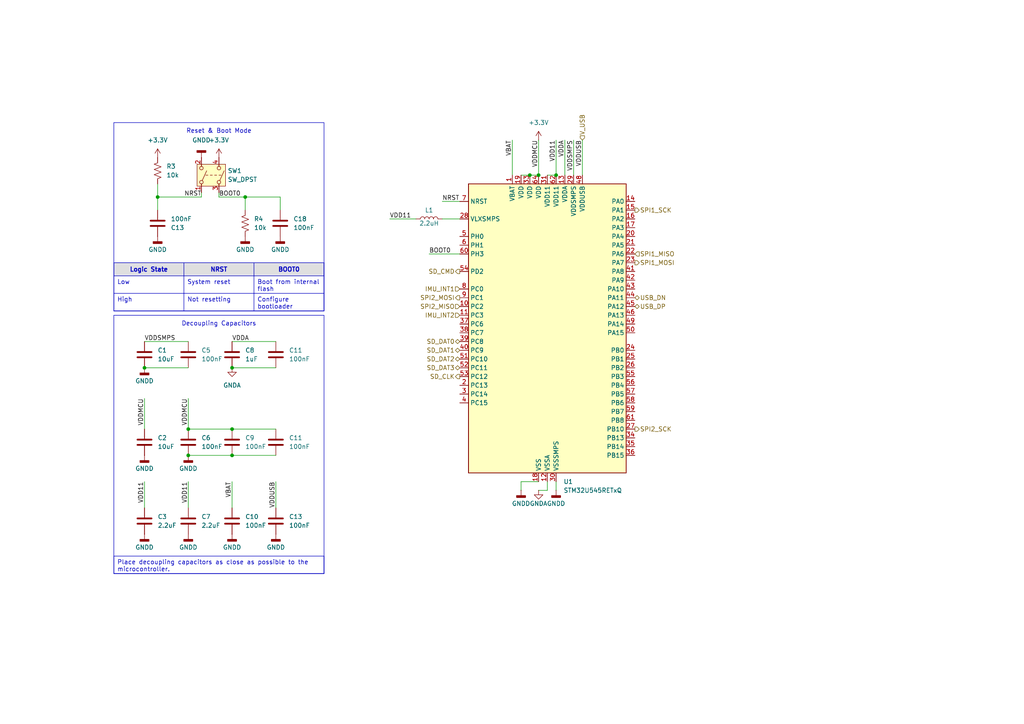
<source format=kicad_sch>
(kicad_sch (version 20250114) (generator "eeschema") (generator_version "9.0")
  (paper "A4")
  (lib_symbols
    (symbol "Device:C" (pin_numbers (hide yes)) (pin_names (offset 0.254))
      (property "Reference" "C" (at 0.635 2.54 0))
      (property "Value" "C" (at 0.635 -2.54 0))
      (symbol "C_0_1"
        (polyline (pts (xy -2.032 0.762) (xy 2.032 0.762)) (stroke (width 0.508)))
        (polyline (pts (xy -2.032 -0.762) (xy 2.032 -0.762)) (stroke (width 0.508)))
      )
      (symbol "C_1_1"
        (pin passive line (at 0 3.81 270) (length 2.794) (name "~") (number "1"))
        (pin passive line (at 0 -3.81 90) (length 2.794) (name "~") (number "2"))
      )
    )
    (symbol "Device:L" (pin_numbers (hide yes)) (pin_names (offset 1.016) (hide yes))
      (property "Reference" "L" (at -1.27 0 90))
      (property "Value" "L" (at 1.905 0 90))
      (symbol "L_0_1"
        (arc (start 0 2.54) (mid 0.6323 1.905) (end 0 1.27))
        (arc (start 0 1.27) (mid 0.6323 0.635) (end 0 0))
        (arc (start 0 0) (mid 0.6323 -0.635) (end 0 -1.27))
        (arc (start 0 -1.27) (mid 0.6323 -1.905) (end 0 -2.54))
      )
      (symbol "L_1_1"
        (pin passive line (at 0 3.81 270) (length 1.27) (name "1") (number "1"))
        (pin passive line (at 0 -3.81 90) (length 1.27) (name "2") (number "2"))
      )
    )
    (symbol "Device:R_US" (pin_numbers (hide yes)) (pin_names (offset 0))
      (property "Reference" "R" (at 2.54 0 90))
      (property "Value" "R_US" (at -2.54 0 90))
      (symbol "R_US_0_1"
        (polyline (pts (xy 0 2.286) (xy 0 2.54)))
        (polyline (pts (xy 0 2.286) (xy 1.016 1.905) (xy 0 1.524) (xy -1.016 1.143) (xy 0 0.762)))
        (polyline (pts (xy 0 0.762) (xy 1.016 0.381) (xy 0 0) (xy -1.016 -0.381) (xy 0 -0.762)))
        (polyline (pts (xy 0 -0.762) (xy 1.016 -1.143) (xy 0 -1.524) (xy -1.016 -1.905) (xy 0 -2.286)))
        (polyline (pts (xy 0 -2.286) (xy 0 -2.54)))
      )
      (symbol "R_US_1_1"
        (pin passive line (at 0 3.81 270) (length 1.27) (name "~") (number "1"))
        (pin passive line (at 0 -3.81 90) (length 1.27) (name "~") (number "2"))
      )
    )
    (symbol "MCU_ST_STM32U5:STM32U545RETxQ"
      (property "Reference" "U" (at -22.86 44.45 0))
      (property "Value" "STM32U545RETxQ" (at 12.7 44.45 0))
      (symbol "STM32U545RETxQ_0_1"
        (rectangle (start -22.86 -40.64) (end 22.86 43.18) (stroke (width 0.254)) (fill (type background)))
      )
      (symbol "STM32U545RETxQ_1_1"
        (pin input line (at -25.4 38.1 0) (length 2.54) (name "NRST") (number "7"))
        (pin power_in line (at -25.4 33.02 0) (length 2.54) (name "VLXSMPS") (number "28"))
        (pin bidirectional line (at -25.4 27.94 0) (length 2.54) (name "PH0") (number "5"))
        (pin bidirectional line (at -25.4 25.4 0) (length 2.54) (name "PH1") (number "6"))
        (pin bidirectional line (at -25.4 22.86 0) (length 2.54) (name "PH3") (number "60"))
        (pin bidirectional line (at -25.4 17.78 0) (length 2.54) (name "PD2") (number "54"))
        (pin bidirectional line (at -25.4 12.7 0) (length 2.54) (name "PC0") (number "8"))
        (pin bidirectional line (at -25.4 10.16 0) (length 2.54) (name "PC1") (number "9"))
        (pin bidirectional line (at -25.4 7.62 0) (length 2.54) (name "PC2") (number "10"))
        (pin bidirectional line (at -25.4 5.08 0) (length 2.54) (name "PC3") (number "11"))
        (pin bidirectional line (at -25.4 2.54 0) (length 2.54) (name "PC6") (number "37"))
        (pin bidirectional line (at -25.4 0 0) (length 2.54) (name "PC7") (number "38"))
        (pin bidirectional line (at -25.4 -2.54 0) (length 2.54) (name "PC8") (number "39"))
        (pin bidirectional line (at -25.4 -5.08 0) (length 2.54) (name "PC9") (number "40"))
        (pin bidirectional line (at -25.4 -7.62 0) (length 2.54) (name "PC10") (number "51"))
        (pin bidirectional line (at -25.4 -10.16 0) (length 2.54) (name "PC11") (number "52"))
        (pin bidirectional line (at -25.4 -12.7 0) (length 2.54) (name "PC12") (number "53"))
        (pin bidirectional line (at -25.4 -15.24 0) (length 2.54) (name "PC13") (number "2"))
        (pin bidirectional line (at -25.4 -17.78 0) (length 2.54) (name "PC14") (number "3"))
        (pin bidirectional line (at -25.4 -20.32 0) (length 2.54) (name "PC15") (number "4"))
        (pin power_in line (at -10.16 45.72 270) (length 2.54) (name "VBAT") (number "1"))
        (pin power_in line (at -7.62 45.72 270) (length 2.54) (name "VDD") (number "19"))
        (pin power_in line (at -5.08 45.72 270) (length 2.54) (name "VDD") (number "33"))
        (pin power_in line (at -2.54 45.72 270) (length 2.54) (name "VDD") (number "64"))
        (pin power_in line (at -2.54 -43.18 90) (length 2.54) (name "VSS") (number "18"))
        (pin passive line (at -2.54 -43.18 90) (length 2.54) (hide yes) (name "VSS") (number "32"))
        (pin passive line (at -2.54 -43.18 90) (length 2.54) (hide yes) (name "VSS") (number "47"))
        (pin passive line (at -2.54 -43.18 90) (length 2.54) (hide yes) (name "VSS") (number "63"))
        (pin power_in line (at 0 45.72 270) (length 2.54) (name "VDD11") (number "31"))
        (pin power_in line (at 0 -43.18 90) (length 2.54) (name "VSSA") (number "12"))
        (pin power_in line (at 2.54 45.72 270) (length 2.54) (name "VDD11") (number "62"))
        (pin power_in line (at 2.54 -43.18 90) (length 2.54) (name "VSSSMPS") (number "30"))
        (pin power_in line (at 5.08 45.72 270) (length 2.54) (name "VDDA") (number "13"))
        (pin power_in line (at 7.62 45.72 270) (length 2.54) (name "VDDSMPS") (number "29"))
        (pin power_in line (at 10.16 45.72 270) (length 2.54) (name "VDDUSB") (number "48"))
        (pin bidirectional line (at 25.4 38.1 180) (length 2.54) (name "PA0") (number "14"))
        (pin bidirectional line (at 25.4 35.56 180) (length 2.54) (name "PA1") (number "15"))
        (pin bidirectional line (at 25.4 33.02 180) (length 2.54) (name "PA2") (number "16"))
        (pin bidirectional line (at 25.4 30.48 180) (length 2.54) (name "PA3") (number "17"))
        (pin bidirectional line (at 25.4 27.94 180) (length 2.54) (name "PA4") (number "20"))
        (pin bidirectional line (at 25.4 25.4 180) (length 2.54) (name "PA5") (number "21"))
        (pin bidirectional line (at 25.4 22.86 180) (length 2.54) (name "PA6") (number "22"))
        (pin bidirectional line (at 25.4 20.32 180) (length 2.54) (name "PA7") (number "23"))
        (pin bidirectional line (at 25.4 17.78 180) (length 2.54) (name "PA8") (number "41"))
        (pin bidirectional line (at 25.4 15.24 180) (length 2.54) (name "PA9") (number "42"))
        (pin bidirectional line (at 25.4 12.7 180) (length 2.54) (name "PA10") (number "43"))
        (pin bidirectional line (at 25.4 10.16 180) (length 2.54) (name "PA11") (number "44"))
        (pin bidirectional line (at 25.4 7.62 180) (length 2.54) (name "PA12") (number "45"))
        (pin bidirectional line (at 25.4 5.08 180) (length 2.54) (name "PA13") (number "46"))
        (pin bidirectional line (at 25.4 2.54 180) (length 2.54) (name "PA14") (number "49"))
        (pin bidirectional line (at 25.4 0 180) (length 2.54) (name "PA15") (number "50"))
        (pin bidirectional line (at 25.4 -5.08 180) (length 2.54) (name "PB0") (number "24"))
        (pin bidirectional line (at 25.4 -7.62 180) (length 2.54) (name "PB1") (number "25"))
        (pin bidirectional line (at 25.4 -10.16 180) (length 2.54) (name "PB2") (number "26"))
        (pin bidirectional line (at 25.4 -12.7 180) (length 2.54) (name "PB3") (number "55"))
        (pin bidirectional line (at 25.4 -15.24 180) (length 2.54) (name "PB4") (number "56"))
        (pin bidirectional line (at 25.4 -17.78 180) (length 2.54) (name "PB5") (number "57"))
        (pin bidirectional line (at 25.4 -20.32 180) (length 2.54) (name "PB6") (number "58"))
        (pin bidirectional line (at 25.4 -22.86 180) (length 2.54) (name "PB7") (number "59"))
        (pin bidirectional line (at 25.4 -25.4 180) (length 2.54) (name "PB8") (number "61"))
        (pin bidirectional line (at 25.4 -27.94 180) (length 2.54) (name "PB10") (number "27"))
        (pin bidirectional line (at 25.4 -30.48 180) (length 2.54) (name "PB13") (number "34"))
        (pin bidirectional line (at 25.4 -33.02 180) (length 2.54) (name "PB14") (number "35"))
        (pin bidirectional line (at 25.4 -35.56 180) (length 2.54) (name "PB15") (number "36"))
      )
    )
    (symbol "Switch:SW_DPST" (pin_names (offset 0) (hide yes))
      (property "Reference" "SW" (at 0 6.35 0))
      (property "Value" "SW_DPST" (at 0 -5.08 0))
      (symbol "SW_DPST_0_0"
        (circle (center -2.032 2.54) (radius 0.508))
        (circle (center -2.032 -2.54) (radius 0.508))
        (polyline (pts (xy -1.524 2.794) (xy 1.27 4.064)))
        (polyline (pts (xy -1.524 -2.286) (xy 1.27 -1.016)))
        (polyline (pts (xy 0 2.54) (xy 0 3.175)))
        (polyline (pts (xy 0 1.27) (xy 0 1.905)))
        (polyline (pts (xy 0 0) (xy 0 0.635)))
        (polyline (pts (xy 0 -1.27) (xy 0 -0.635)))
        (circle (center 2.032 2.54) (radius 0.508))
        (circle (center 2.032 -2.54) (radius 0.508))
      )
      (symbol "SW_DPST_1_1"
        (rectangle (start -3.175 4.445) (end 3.175 -3.81) (fill (type background)))
        (pin passive line (at -5.08 2.54 0) (length 2.54) (name "3") (number "3"))
        (pin passive line (at -5.08 -2.54 0) (length 2.54) (name "1") (number "1"))
        (pin passive line (at 5.08 2.54 180) (length 2.54) (name "4") (number "4"))
        (pin passive line (at 5.08 -2.54 180) (length 2.54) (name "2") (number "2"))
      )
    )
    (symbol "power:+3.3V" (power) (pin_numbers (hide yes)) (pin_names (offset 0) (hide yes))
      (property "Value" "+3.3V" (at 0 3.556 0))
      (symbol "+3.3V_0_1"
        (polyline (pts (xy -0.762 1.27) (xy 0 2.54)))
        (polyline (pts (xy 0 2.54) (xy 0.762 1.27)))
        (polyline (pts (xy 0 0) (xy 0 2.54)))
      )
      (symbol "+3.3V_1_1"
        (pin power_in line (at 0 0 90) (length 0) (name "~") (number "1"))
      )
    )
    (symbol "power:GNDA" (power) (pin_numbers (hide yes)) (pin_names (offset 0) (hide yes))
      (property "Value" "GNDA" (at 0 -3.81 0))
      (symbol "GNDA_0_1"
        (polyline (pts (xy 0 0) (xy 0 -1.27) (xy 1.27 -1.27) (xy 0 -2.54) (xy -1.27 -1.27) (xy 0 -1.27)))
      )
      (symbol "GNDA_1_1"
        (pin power_in line (at 0 0 270) (length 0) (name "~") (number "1"))
      )
    )
    (symbol "power:GNDD" (power) (pin_numbers (hide yes)) (pin_names (offset 0) (hide yes))
      (property "Value" "GNDD" (at 0 -3.175 0))
      (symbol "GNDD_0_1"
        (rectangle (start -1.27 -1.524) (end 1.27 -2.032) (stroke (width 0.254)) (fill (type outline)))
        (polyline (pts (xy 0 0) (xy 0 -1.524)))
      )
      (symbol "GNDD_1_1"
        (pin power_in line (at 0 0 270) (length 0) (name "~") (number "1"))
      )
    )
  )
  (rectangle (start 33.02 35.56) (end 93.98 90.17))
  (rectangle (start 33.02 91.44) (end 93.98 166.37))
  (text "Decoupling Capacitors" (at 63.5 93.98 0) (effects (font (size 1.27 1.27))))
  (text "Reset & Boot Mode" (at 63.5 38.1 0) (effects (font (size 1.27 1.27))))
  (text_box "Place decoupling capacitors as close as possible to the microcontroller." (at 33.02 161.29 0) (size 60.96 5.08) (margins 0.9525 0.9525 0.9525 0.9525) (effects (font (size 1.27 1.27)) (justify left top)))
  (junction (at 156.21 50.8))
  (junction (at 45.72 57.15))
  (junction (at 67.31 106.68))
  (junction (at 161.29 50.8))
  (junction (at 54.61 132.08))
  (junction (at 41.91 106.68))
  (junction (at 54.61 124.46))
  (junction (at 67.31 132.08))
  (junction (at 71.12 57.15))
  (junction (at 67.31 124.46))
  (junction (at 153.67 50.8))
  (wire (pts (xy 41.91 139.7) (xy 41.91 147.32)))
  (wire (pts (xy 54.61 132.08) (xy 67.31 132.08)))
  (wire (pts (xy 41.91 106.68) (xy 54.61 106.68)))
  (wire (pts (xy 54.61 124.46) (xy 67.31 124.46)))
  (wire (pts (xy 54.61 124.46) (xy 54.61 115.57)))
  (wire (pts (xy 41.91 99.06) (xy 54.61 99.06)))
  (wire (pts (xy 128.27 58.42) (xy 133.35 58.42)))
  (wire (pts (xy 113.03 63.5) (xy 120.65 63.5)))
  (wire (pts (xy 153.67 50.8) (xy 156.21 50.8)))
  (wire (pts (xy 58.42 55.88) (xy 58.42 57.15)))
  (wire (pts (xy 166.37 40.64) (xy 166.37 50.8)))
  (wire (pts (xy 80.01 139.7) (xy 80.01 147.32)))
  (wire (pts (xy 161.29 40.64) (xy 161.29 50.8)))
  (wire (pts (xy 41.91 124.46) (xy 41.91 115.57)))
  (wire (pts (xy 67.31 124.46) (xy 80.01 124.46)))
  (wire (pts (xy 45.72 57.15) (xy 45.72 60.96)))
  (wire (pts (xy 156.21 142.24) (xy 158.75 142.24)))
  (wire (pts (xy 71.12 57.15) (xy 81.28 57.15)))
  (wire (pts (xy 163.83 40.64) (xy 163.83 50.8)))
  (wire (pts (xy 151.13 139.7) (xy 156.21 139.7)))
  (wire (pts (xy 45.72 53.34) (xy 45.72 57.15)))
  (wire (pts (xy 63.5 57.15) (xy 71.12 57.15)))
  (wire (pts (xy 158.75 50.8) (xy 161.29 50.8)))
  (wire (pts (xy 128.27 63.5) (xy 133.35 63.5)))
  (wire (pts (xy 151.13 139.7) (xy 151.13 142.24)))
  (wire (pts (xy 67.31 106.68) (xy 80.01 106.68)))
  (wire (pts (xy 161.29 139.7) (xy 161.29 142.24)))
  (wire (pts (xy 151.13 50.8) (xy 153.67 50.8)))
  (wire (pts (xy 67.31 99.06) (xy 80.01 99.06)))
  (wire (pts (xy 148.59 40.64) (xy 148.59 50.8)))
  (wire (pts (xy 168.91 40.64) (xy 168.91 50.8)))
  (wire (pts (xy 45.72 57.15) (xy 58.42 57.15)))
  (wire (pts (xy 124.46 73.66) (xy 133.35 73.66)))
  (wire (pts (xy 67.31 132.08) (xy 80.01 132.08)))
  (wire (pts (xy 158.75 142.24) (xy 158.75 139.7)))
  (wire (pts (xy 71.12 60.96) (xy 71.12 57.15)))
  (wire (pts (xy 81.28 57.15) (xy 81.28 60.96)))
  (wire (pts (xy 67.31 139.7) (xy 67.31 147.32)))
  (wire (pts (xy 63.5 55.88) (xy 63.5 57.15)))
  (wire (pts (xy 156.21 40.64) (xy 156.21 50.8)))
  (wire (pts (xy 54.61 139.7) (xy 54.61 147.32)))
  (table (column_count 3) (border (external yes) (header yes)) (separators (rows yes) (cols yes)) (column_widths 20.32 20.32 20.32) (row_heights 3.81 5.08 5.08) (cells (table_cell "Logic State" (at 33.02 76.2 0) (size 20.32 3.81) (margins 0.9525 0.9525 0.9525 0.9525) (span 1 1) (fill (type color) (color 0 0 0 0.1254901961))) (table_cell "NRST" (at 53.34 76.2 0) (size 20.32 3.81) (margins 0.9525 0.9525 0.9525 0.9525) (span 1 1) (fill (type color) (color 0 0 0 0.1254901961))) (table_cell "BOOT0" (at 73.66 76.2 0) (size 20.32 3.81) (margins 0.9525 0.9525 0.9525 0.9525) (span 1 1) (fill (type color) (color 0 0 0 0.1254901961))) (table_cell "Low" (at 33.02 80.01 0) (size 20.32 5.08) (margins 0.9525 0.9525 0.9525 0.9525) (span 1 1)) (table_cell "System reset" (at 53.34 80.01 0) (size 20.32 5.08) (margins 0.9525 0.9525 0.9525 0.9525) (span 1 1)) (table_cell "Boot from internal flash" (at 73.66 80.01 0) (size 20.32 5.08) (margins 0.9525 0.9525 0.9525 0.9525) (span 1 1)) (table_cell "High" (at 33.02 85.09 0) (size 20.32 5.08) (margins 0.9525 0.9525 0.9525 0.9525) (span 1 1)) (table_cell "Not resetting" (at 53.34 85.09 0) (size 20.32 5.08) (margins 0.9525 0.9525 0.9525 0.9525) (span 1 1)) (table_cell "Configure bootloader" (at 73.66 85.09 0) (size 20.32 5.08) (margins 0.9525 0.9525 0.9525 0.9525) (span 1 1))))
  (label "VDDA" (at 163.83 40.64 270))
  (label "VDD11" (at 113.03 63.5 0))
  (label "VDDMCU" (at 156.21 40.64 270))
  (label "VDDUSB" (at 80.01 139.7 270))
  (label "VDDSMPS" (at 166.37 40.64 270))
  (label "BOOT0" (at 124.46 73.66 0))
  (label "VDD11" (at 54.61 139.7 270))
  (label "VDDA" (at 67.31 99.06 0))
  (label "VDDUSB" (at 168.91 40.64 270))
  (label "VDDSMPS" (at 41.91 99.06 0))
  (label "VBAT" (at 67.31 139.7 270))
  (label "BOOT0" (at 63.5 57.15 0))
  (label "VDD11" (at 41.91 139.7 270))
  (label "NRST" (at 128.27 58.42 0))
  (label "VDDMCU" (at 41.91 115.57 270))
  (label "VDDMCU" (at 54.61 115.57 270))
  (label "VBAT" (at 148.59 40.64 270))
  (label "NRST" (at 58.42 57.15 180))
  (label "VDD11" (at 161.29 40.64 270))
  (hierarchical_label "IMU_INT2" (shape input) (at 133.35 91.44 180))
  (hierarchical_label "USB_DP" (shape bidirectional) (at 184.15 88.9 0))
  (hierarchical_label "SPI1_SCK" (shape output) (at 184.15 60.96 0))
  (hierarchical_label "IMU_INT1" (shape input) (at 133.35 83.82 180))
  (hierarchical_label "SPI1_MOSI" (shape output) (at 184.15 76.2 0))
  (hierarchical_label "SD_CMD" (shape output) (at 133.35 78.74 180))
  (hierarchical_label "V_USB" (shape input) (at 168.91 40.64 90))
  (hierarchical_label "SPI2_SCK" (shape output) (at 184.15 124.46 0))
  (hierarchical_label "USB_DN" (shape bidirectional) (at 184.15 86.36 0))
  (hierarchical_label "SD_CLK" (shape output) (at 133.35 109.22 180))
  (hierarchical_label "SD_DAT2" (shape bidirectional) (at 133.35 104.14 180))
  (hierarchical_label "SD_DAT0" (shape bidirectional) (at 133.35 99.06 180))
  (hierarchical_label "SPI1_MISO" (shape input) (at 184.15 73.66 0))
  (hierarchical_label "SPI2_MISO" (shape input) (at 133.35 88.9 180))
  (hierarchical_label "SD_DAT3" (shape bidirectional) (at 133.35 106.68 180))
  (hierarchical_label "SPI2_MOSI" (shape output) (at 133.35 86.36 180))
  (hierarchical_label "SD_DAT1" (shape bidirectional) (at 133.35 101.6 180))
  (symbol (lib_id "power:GNDD") (at 81.28 68.58 0) (unit 1)
    (property "Reference" "#PWR036" (effects (hide yes)))
    (property "Value" "GNDD" (at 81.28 72.39 0))
    (property "Description" "Power symbol creates a global label with name \"GNDD\" , digital ground" (effects (hide yes)))
  )
  (symbol (lib_id "MCU_ST_STM32U5:STM32U545RETxQ") (at 158.75 96.52 0) (unit 1)
    (property "Reference" "U1" (at 163.4333 139.7 0) (effects (justify left)))
    (property "Value" "STM32U545RETxQ" (at 163.4333 142.24 0) (effects (justify left)))
    (property "Footprint" "Package_QFP:LQFP-64_10x10mm_P0.5mm" (effects (hide yes)))
    (property "Datasheet" "https://www.st.com/resource/en/datasheet/stm32u545re.pdf" (effects (hide yes)))
    (property "Description" "STMicroelectronics Arm Cortex-M33 MCU, 512KB flash, 274KB RAM, 47 GPIO, LQFP64" (effects (hide yes)))
  )
  (symbol (lib_id "power:GNDD") (at 151.13 142.24 0) (unit 1)
    (property "Reference" "#PWR09" (effects (hide yes)))
    (property "Value" "GNDD" (at 151.13 146.05 0))
    (property "Description" "Power symbol creates a global label with name \"GNDD\" , digital ground" (effects (hide yes)))
  )
  (symbol (lib_id "power:GNDA") (at 156.21 142.24 0) (unit 1)
    (property "Reference" "#PWR010" (effects (hide yes)))
    (property "Value" "GNDA" (at 156.21 146.05 0))
    (property "Description" "Power symbol creates a global label with name \"GNDA\" , analog ground" (effects (hide yes)))
  )
  (symbol (lib_id "Device:C") (at 67.31 128.27 0) (unit 1)
    (property "Reference" "C9" (at 71.12 126.9999 0) (effects (justify left)))
    (property "Value" "100nF" (at 71.12 129.5399 0) (effects (justify left)))
    (property "Footprint" "Capacitor_SMD:C_0402_1005Metric" (effects (hide yes)))
    (property "Description" "Unpolarized capacitor" (effects (hide yes)))
  )
  (symbol (lib_id "Device:L") (at 124.46 63.5 90) (unit 1)
    (property "Reference" "L1" (at 124.46 60.96 90))
    (property "Value" "2.2uH" (at 124.46 64.77 90))
    (property "Footprint" "Inductor_SMD:L_0402_1005Metric" (effects (hide yes)))
    (property "Description" "Inductor" (effects (hide yes)))
  )
  (symbol (lib_id "Device:C") (at 54.61 151.13 0) (unit 1)
    (property "Reference" "C7" (at 58.42 149.8599 0) (effects (justify left)))
    (property "Value" "2.2uF" (at 58.42 152.3999 0) (effects (justify left)))
    (property "Footprint" "Capacitor_SMD:C_0402_1005Metric" (effects (hide yes)))
    (property "Description" "Unpolarized capacitor" (effects (hide yes)))
  )
  (symbol (lib_id "power:GNDD") (at 54.61 132.08 0) (unit 1)
    (property "Reference" "#PWR04" (effects (hide yes)))
    (property "Value" "GNDD" (at 54.61 135.89 0))
    (property "Description" "Power symbol creates a global label with name \"GNDD\" , digital ground" (effects (hide yes)))
  )
  (symbol (lib_id "power:GNDD") (at 161.29 142.24 0) (unit 1)
    (property "Reference" "#PWR014" (effects (hide yes)))
    (property "Value" "GNDD" (at 161.29 146.05 0))
    (property "Description" "Power symbol creates a global label with name \"GNDD\" , digital ground" (effects (hide yes)))
  )
  (symbol (lib_id "Device:R_US") (at 71.12 64.77 0) (mirror y) (unit 1)
    (property "Reference" "R4" (at 73.66 63.4999 0) (effects (justify right)))
    (property "Value" "10k" (at 73.66 66.0399 0) (effects (justify right)))
    (property "Footprint" "Resistor_SMD:R_0603_1608Metric_Pad0.98x0.95mm_HandSolder" (effects (hide yes)))
    (property "Description" "Resistor, US symbol" (effects (hide yes)))
  )
  (symbol (lib_id "power:GNDD") (at 41.91 154.94 0) (unit 1)
    (property "Reference" "#PWR03" (effects (hide yes)))
    (property "Value" "GNDD" (at 41.91 158.75 0))
    (property "Description" "Power symbol creates a global label with name \"GNDD\" , digital ground" (effects (hide yes)))
  )
  (symbol (lib_id "power:GNDD") (at 58.42 45.72 180) (unit 1)
    (property "Reference" "#PWR038" (effects (hide yes)))
    (property "Value" "GNDD" (at 58.42 40.64 0))
    (property "Description" "Power symbol creates a global label with name \"GNDD\" , digital ground" (effects (hide yes)))
  )
  (symbol (lib_id "power:GNDD") (at 41.91 106.68 0) (unit 1)
    (property "Reference" "#PWR01" (effects (hide yes)))
    (property "Value" "GNDD" (at 41.91 110.49 0))
    (property "Description" "Power symbol creates a global label with name \"GNDD\" , digital ground" (effects (hide yes)))
  )
  (symbol (lib_id "Device:C") (at 41.91 128.27 0) (unit 1)
    (property "Reference" "C2" (at 45.72 126.9999 0) (effects (justify left)))
    (property "Value" "10uF" (at 45.72 129.5399 0) (effects (justify left)))
    (property "Footprint" "Capacitor_SMD:C_0402_1005Metric" (effects (hide yes)))
    (property "Description" "Unpolarized capacitor" (effects (hide yes)))
  )
  (symbol (lib_id "power:GNDA") (at 67.31 106.68 0) (unit 1)
    (property "Reference" "#PWR06" (effects (hide yes)))
    (property "Value" "GNDA" (at 67.31 111.76 0))
    (property "Description" "Power symbol creates a global label with name \"GNDA\" , analog ground" (effects (hide yes)))
  )
  (symbol (lib_id "power:GNDD") (at 54.61 154.94 0) (unit 1)
    (property "Reference" "#PWR05" (effects (hide yes)))
    (property "Value" "GNDD" (at 54.61 158.75 0))
    (property "Description" "Power symbol creates a global label with name \"GNDD\" , digital ground" (effects (hide yes)))
  )
  (symbol (lib_id "power:GNDD") (at 71.12 68.58 0) (unit 1)
    (property "Reference" "#PWR035" (effects (hide yes)))
    (property "Value" "GNDD" (at 71.12 72.39 0))
    (property "Description" "Power symbol creates a global label with name \"GNDD\" , digital ground" (effects (hide yes)))
  )
  (symbol (lib_id "Device:C") (at 41.91 151.13 0) (unit 1)
    (property "Reference" "C3" (at 45.72 149.8599 0) (effects (justify left)))
    (property "Value" "2.2uF" (at 45.72 152.3999 0) (effects (justify left)))
    (property "Footprint" "Capacitor_SMD:C_0402_1005Metric" (effects (hide yes)))
    (property "Description" "Unpolarized capacitor" (effects (hide yes)))
  )
  (symbol (lib_id "power:+3.3V") (at 45.72 45.72 0) (unit 1)
    (property "Reference" "#PWR037" (effects (hide yes)))
    (property "Value" "+3.3V" (at 45.72 40.64 0))
    (property "Description" "Power symbol creates a global label with name \"+3.3V\"" (effects (hide yes)))
  )
  (symbol (lib_id "Device:C") (at 67.31 102.87 0) (unit 1)
    (property "Reference" "C8" (at 71.12 101.5999 0) (effects (justify left)))
    (property "Value" "1uF" (at 71.12 104.1399 0) (effects (justify left)))
    (property "Footprint" "Capacitor_SMD:C_0402_1005Metric" (effects (hide yes)))
    (property "Description" "Unpolarized capacitor" (effects (hide yes)))
  )
  (symbol (lib_id "power:GNDD") (at 41.91 132.08 0) (unit 1)
    (property "Reference" "#PWR02" (effects (hide yes)))
    (property "Value" "GNDD" (at 41.91 135.89 0))
    (property "Description" "Power symbol creates a global label with name \"GNDD\" , digital ground" (effects (hide yes)))
  )
  (symbol (lib_id "Device:C") (at 54.61 102.87 0) (unit 1)
    (property "Reference" "C5" (at 58.42 101.5999 0) (effects (justify left)))
    (property "Value" "100nF" (at 58.42 104.1399 0) (effects (justify left)))
    (property "Footprint" "Capacitor_SMD:C_0402_1005Metric" (effects (hide yes)))
    (property "Description" "Unpolarized capacitor" (effects (hide yes)))
  )
  (symbol (lib_id "Device:C") (at 54.61 128.27 0) (unit 1)
    (property "Reference" "C6" (at 58.42 126.9999 0) (effects (justify left)))
    (property "Value" "100nF" (at 58.42 129.5399 0) (effects (justify left)))
    (property "Footprint" "Capacitor_SMD:C_0402_1005Metric" (effects (hide yes)))
    (property "Description" "Unpolarized capacitor" (effects (hide yes)))
  )
  (symbol (lib_id "power:GNDD") (at 80.01 154.94 0) (unit 1)
    (property "Reference" "#PWR08" (effects (hide yes)))
    (property "Value" "GNDD" (at 80.01 158.75 0))
    (property "Description" "Power symbol creates a global label with name \"GNDD\" , digital ground" (effects (hide yes)))
  )
  (symbol (lib_id "Device:C") (at 81.28 64.77 0) (mirror y) (unit 1)
    (property "Reference" "C18" (at 85.09 63.4999 0) (effects (justify right)))
    (property "Value" "100nF" (at 85.09 66.0399 0) (effects (justify right)))
    (property "Footprint" "Capacitor_SMD:C_0603_1608Metric_Pad1.08x0.95mm_HandSolder" (effects (hide yes)))
    (property "Description" "Unpolarized capacitor" (effects (hide yes)))
  )
  (symbol (lib_id "Device:C") (at 80.01 151.13 0) (unit 1)
    (property "Reference" "C13" (at 83.82 149.8599 0) (effects (justify left)))
    (property "Value" "100nF" (at 83.82 152.3999 0) (effects (justify left)))
    (property "Footprint" "Capacitor_SMD:C_0402_1005Metric" (effects (hide yes)))
    (property "Description" "Unpolarized capacitor" (effects (hide yes)))
  )
  (symbol (lib_id "Device:C") (at 41.91 102.87 0) (unit 1)
    (property "Reference" "C1" (at 45.72 101.5999 0) (effects (justify left)))
    (property "Value" "10uF" (at 45.72 104.1399 0) (effects (justify left)))
    (property "Footprint" "Capacitor_SMD:C_0402_1005Metric" (effects (hide yes)))
    (property "Description" "Unpolarized capacitor" (effects (hide yes)))
  )
  (symbol (lib_id "Device:C") (at 67.31 151.13 0) (unit 1)
    (property "Reference" "C10" (at 71.12 149.8599 0) (effects (justify left)))
    (property "Value" "100nF" (at 71.12 152.3999 0) (effects (justify left)))
    (property "Footprint" "Capacitor_SMD:C_0402_1005Metric" (effects (hide yes)))
    (property "Description" "Unpolarized capacitor" (effects (hide yes)))
  )
  (symbol (lib_id "Device:R_US") (at 45.72 49.53 0) (mirror y) (unit 1)
    (property "Reference" "R3" (at 48.26 48.2599 0) (effects (justify right)))
    (property "Value" "10k" (at 48.26 50.7999 0) (effects (justify right)))
    (property "Footprint" "Resistor_SMD:R_0603_1608Metric_Pad0.98x0.95mm_HandSolder" (effects (hide yes)))
    (property "Description" "Resistor, US symbol" (effects (hide yes)))
  )
  (symbol (lib_id "Device:C") (at 80.01 102.87 0) (unit 1)
    (property "Reference" "C11" (at 83.82 101.5999 0) (effects (justify left)))
    (property "Value" "100nF" (at 83.82 104.1399 0) (effects (justify left)))
    (property "Footprint" "Capacitor_SMD:C_0402_1005Metric" (effects (hide yes)))
    (property "Description" "Unpolarized capacitor" (effects (hide yes)))
  )
  (symbol (lib_id "Switch:SW_DPST") (at 60.96 50.8 270) (mirror x) (unit 1)
    (property "Reference" "SW1" (at 66.04 49.5299 90) (effects (justify left)))
    (property "Value" "SW_DPST" (at 66.04 52.0699 90) (effects (justify left)))
    (property "Footprint" "Button_Switch_SMD:SW_DIP_SPSTx02_Slide_KingTek_DSHP02TJ_W5.25mm_P1.27mm_JPin" (effects (hide yes)))
    (property "Description" "Double Pole Single Throw (DPST) Switch" (effects (hide yes)))
  )
  (symbol (lib_id "power:GNDD") (at 45.72 68.58 0) (unit 1)
    (property "Reference" "#PWR010" (effects (hide yes)))
    (property "Value" "GNDD" (at 45.72 72.39 0))
    (property "Description" "Power symbol creates a global label with name \"GNDD\" , digital ground" (effects (hide yes)))
  )
  (symbol (lib_id "power:GNDD") (at 67.31 154.94 0) (unit 1)
    (property "Reference" "#PWR07" (effects (hide yes)))
    (property "Value" "GNDD" (at 67.31 158.75 0))
    (property "Description" "Power symbol creates a global label with name \"GNDD\" , digital ground" (effects (hide yes)))
  )
  (symbol (lib_id "Device:C") (at 80.01 128.27 0) (unit 1)
    (property "Reference" "C11" (at 83.82 126.9999 0) (effects (justify left)))
    (property "Value" "100nF" (at 83.82 129.5399 0) (effects (justify left)))
    (property "Footprint" "Capacitor_SMD:C_0402_1005Metric" (effects (hide yes)))
    (property "Description" "Unpolarized capacitor" (effects (hide yes)))
  )
  (symbol (lib_id "Device:C") (at 45.72 64.77 0) (mirror x) (unit 1)
    (property "Reference" "C13" (at 49.53 66.0401 0) (effects (justify left)))
    (property "Value" "100nF" (at 49.53 63.5001 0) (effects (justify left)))
    (property "Footprint" "Capacitor_SMD:C_0603_1608Metric_Pad1.08x0.95mm_HandSolder" (effects (hide yes)))
    (property "Description" "Unpolarized capacitor" (effects (hide yes)))
  )
  (symbol (lib_id "power:+3.3V") (at 63.5 45.72 0) (unit 1)
    (property "Reference" "#PWR015" (effects (hide yes)))
    (property "Value" "+3.3V" (at 63.5 40.64 0))
    (property "Description" "Power symbol creates a global label with name \"+3.3V\"" (effects (hide yes)))
  )
  (symbol (lib_id "power:+3.3V") (at 156.21 40.64 0) (unit 1)
    (property "Reference" "#PWR013" (effects (hide yes)))
    (property "Value" "+3.3V" (at 156.21 35.56 0))
    (property "Description" "Power symbol creates a global label with name \"+3.3V\"" (effects (hide yes)))
  )
)
</source>
